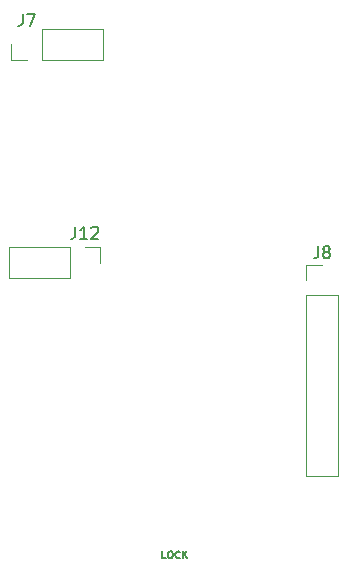
<source format=gbr>
%TF.GenerationSoftware,KiCad,Pcbnew,5.1.9+dfsg1-1~bpo10+1*%
%TF.CreationDate,2022-02-08T03:17:38+08:00*%
%TF.ProjectId,MiniVCF v1.0 - Main,4d696e69-5643-4462-9076-312e30202d20,rev?*%
%TF.SameCoordinates,Original*%
%TF.FileFunction,Legend,Top*%
%TF.FilePolarity,Positive*%
%FSLAX46Y46*%
G04 Gerber Fmt 4.6, Leading zero omitted, Abs format (unit mm)*
G04 Created by KiCad (PCBNEW 5.1.9+dfsg1-1~bpo10+1) date 2022-02-08 03:17:38*
%MOMM*%
%LPD*%
G01*
G04 APERTURE LIST*
%ADD10C,0.150000*%
%ADD11C,0.120000*%
G04 APERTURE END LIST*
D10*
X118270428Y-112539428D02*
X117984714Y-112539428D01*
X117984714Y-111939428D01*
X118584714Y-111939428D02*
X118699000Y-111939428D01*
X118756142Y-111968000D01*
X118813285Y-112025142D01*
X118841857Y-112139428D01*
X118841857Y-112339428D01*
X118813285Y-112453714D01*
X118756142Y-112510857D01*
X118699000Y-112539428D01*
X118584714Y-112539428D01*
X118527571Y-112510857D01*
X118470428Y-112453714D01*
X118441857Y-112339428D01*
X118441857Y-112139428D01*
X118470428Y-112025142D01*
X118527571Y-111968000D01*
X118584714Y-111939428D01*
X119441857Y-112482285D02*
X119413285Y-112510857D01*
X119327571Y-112539428D01*
X119270428Y-112539428D01*
X119184714Y-112510857D01*
X119127571Y-112453714D01*
X119099000Y-112396571D01*
X119070428Y-112282285D01*
X119070428Y-112196571D01*
X119099000Y-112082285D01*
X119127571Y-112025142D01*
X119184714Y-111968000D01*
X119270428Y-111939428D01*
X119327571Y-111939428D01*
X119413285Y-111968000D01*
X119441857Y-111996571D01*
X119699000Y-112539428D02*
X119699000Y-111939428D01*
X120041857Y-112539428D02*
X119784714Y-112196571D01*
X120041857Y-111939428D02*
X119699000Y-112282285D01*
D11*
%TO.C,J7*%
X105170000Y-70330000D02*
X105170000Y-69000000D01*
X106500000Y-70330000D02*
X105170000Y-70330000D01*
X107770000Y-70330000D02*
X107770000Y-67670000D01*
X107770000Y-67670000D02*
X112910000Y-67670000D01*
X107770000Y-70330000D02*
X112910000Y-70330000D01*
X112910000Y-70330000D02*
X112910000Y-67670000D01*
%TO.C,J8*%
X130170000Y-105570000D02*
X132830000Y-105570000D01*
X130170000Y-90270000D02*
X130170000Y-105570000D01*
X132830000Y-90270000D02*
X132830000Y-105570000D01*
X130170000Y-90270000D02*
X132830000Y-90270000D01*
X130170000Y-89000000D02*
X130170000Y-87670000D01*
X130170000Y-87670000D02*
X131500000Y-87670000D01*
%TO.C,J12*%
X104990000Y-86170000D02*
X104990000Y-88830000D01*
X110130000Y-86170000D02*
X104990000Y-86170000D01*
X110130000Y-88830000D02*
X104990000Y-88830000D01*
X110130000Y-86170000D02*
X110130000Y-88830000D01*
X111400000Y-86170000D02*
X112730000Y-86170000D01*
X112730000Y-86170000D02*
X112730000Y-87500000D01*
%TO.C,J7*%
D10*
X106166666Y-66452380D02*
X106166666Y-67166666D01*
X106119047Y-67309523D01*
X106023809Y-67404761D01*
X105880952Y-67452380D01*
X105785714Y-67452380D01*
X106547619Y-66452380D02*
X107214285Y-66452380D01*
X106785714Y-67452380D01*
%TO.C,J8*%
X131166666Y-86122380D02*
X131166666Y-86836666D01*
X131119047Y-86979523D01*
X131023809Y-87074761D01*
X130880952Y-87122380D01*
X130785714Y-87122380D01*
X131785714Y-86550952D02*
X131690476Y-86503333D01*
X131642857Y-86455714D01*
X131595238Y-86360476D01*
X131595238Y-86312857D01*
X131642857Y-86217619D01*
X131690476Y-86170000D01*
X131785714Y-86122380D01*
X131976190Y-86122380D01*
X132071428Y-86170000D01*
X132119047Y-86217619D01*
X132166666Y-86312857D01*
X132166666Y-86360476D01*
X132119047Y-86455714D01*
X132071428Y-86503333D01*
X131976190Y-86550952D01*
X131785714Y-86550952D01*
X131690476Y-86598571D01*
X131642857Y-86646190D01*
X131595238Y-86741428D01*
X131595238Y-86931904D01*
X131642857Y-87027142D01*
X131690476Y-87074761D01*
X131785714Y-87122380D01*
X131976190Y-87122380D01*
X132071428Y-87074761D01*
X132119047Y-87027142D01*
X132166666Y-86931904D01*
X132166666Y-86741428D01*
X132119047Y-86646190D01*
X132071428Y-86598571D01*
X131976190Y-86550952D01*
%TO.C,J12*%
X110590476Y-84452380D02*
X110590476Y-85166666D01*
X110542857Y-85309523D01*
X110447619Y-85404761D01*
X110304761Y-85452380D01*
X110209523Y-85452380D01*
X111590476Y-85452380D02*
X111019047Y-85452380D01*
X111304761Y-85452380D02*
X111304761Y-84452380D01*
X111209523Y-84595238D01*
X111114285Y-84690476D01*
X111019047Y-84738095D01*
X111971428Y-84547619D02*
X112019047Y-84500000D01*
X112114285Y-84452380D01*
X112352380Y-84452380D01*
X112447619Y-84500000D01*
X112495238Y-84547619D01*
X112542857Y-84642857D01*
X112542857Y-84738095D01*
X112495238Y-84880952D01*
X111923809Y-85452380D01*
X112542857Y-85452380D01*
%TD*%
M02*

</source>
